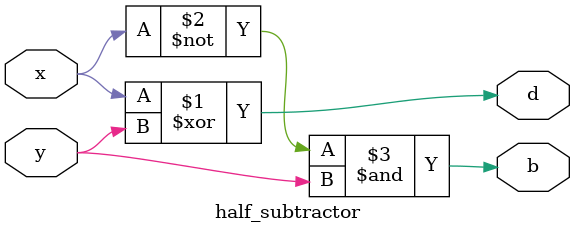
<source format=v>
`timescale 1ns / 1ps

module half_subtractor(
       input x,
       input y,
       output d,
       output b
    );
    assign d = x^y;
    assign b = (~x)&y;
endmodule

</source>
